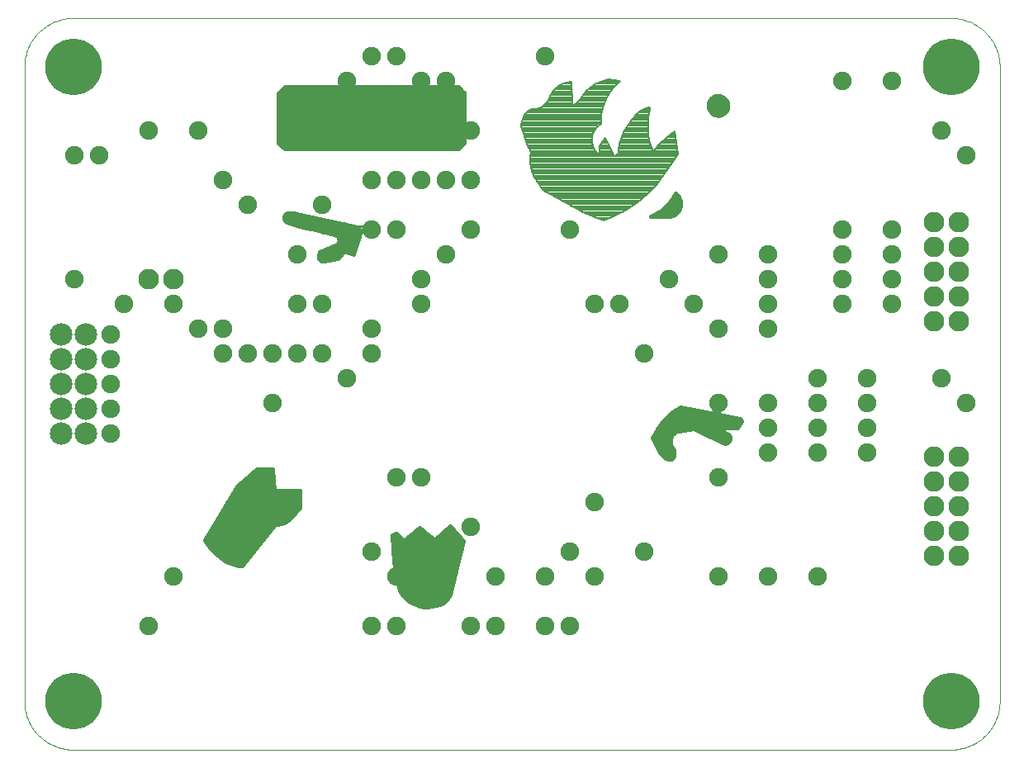
<source format=gbs>
G75*
%MOIN*%
%OFA0B0*%
%FSLAX24Y24*%
%IPPOS*%
%LPD*%
%AMOC8*
5,1,8,0,0,1.08239X$1,22.5*
%
%ADD10C,0.0157*%
%ADD11C,0.0079*%
%ADD12C,0.0080*%
%ADD13C,0.0000*%
%ADD14C,0.0907*%
%ADD15C,0.0750*%
%ADD16C,0.2285*%
%ADD17C,0.0829*%
D10*
X013707Y010007D02*
X013550Y010168D01*
X013410Y010344D01*
X013289Y010533D01*
X014588Y012698D01*
X015376Y013407D01*
X016006Y013407D01*
X016084Y012541D01*
X017108Y012541D01*
X017108Y011832D01*
X016754Y011439D01*
X016671Y011353D01*
X016577Y011281D01*
X016472Y011225D01*
X016359Y011186D01*
X016242Y011165D01*
X016124Y011163D01*
X014785Y009509D01*
X014628Y009509D01*
X014426Y009563D01*
X014232Y009641D01*
X014049Y009741D01*
X013880Y009864D01*
X013707Y010007D01*
X013691Y010024D02*
X015201Y010024D01*
X015327Y010179D02*
X013541Y010179D01*
X013417Y010335D02*
X015454Y010335D01*
X015580Y010491D02*
X013316Y010491D01*
X013358Y010647D02*
X015706Y010647D01*
X015833Y010803D02*
X013451Y010803D01*
X013545Y010959D02*
X015959Y010959D01*
X016085Y011115D02*
X013638Y011115D01*
X013732Y011271D02*
X016559Y011271D01*
X016743Y011427D02*
X013826Y011427D01*
X013919Y011583D02*
X016884Y011583D01*
X017024Y011739D02*
X014013Y011739D01*
X014106Y011895D02*
X017108Y011895D01*
X017108Y012051D02*
X014200Y012051D01*
X014293Y012207D02*
X017108Y012207D01*
X017108Y012363D02*
X014387Y012363D01*
X014481Y012519D02*
X017108Y012519D01*
X016072Y012675D02*
X014574Y012675D01*
X014736Y012831D02*
X016058Y012831D01*
X016044Y012987D02*
X014909Y012987D01*
X015082Y013143D02*
X016030Y013143D01*
X016015Y013299D02*
X015256Y013299D01*
X015075Y009868D02*
X013875Y009868D01*
X014103Y009712D02*
X014949Y009712D01*
X014822Y009556D02*
X014453Y009556D01*
X020927Y009628D02*
X020848Y010730D01*
X021006Y010809D01*
X021320Y010494D01*
X021950Y011045D01*
X022541Y010533D01*
X023171Y011084D01*
X023722Y010494D01*
X023171Y008328D01*
X023153Y008272D01*
X023126Y008219D01*
X023092Y008171D01*
X023027Y008095D01*
X022952Y008030D01*
X022868Y007976D01*
X022777Y007935D01*
X022462Y007856D01*
X022297Y007836D01*
X022131Y007839D01*
X021967Y007865D01*
X021808Y007914D01*
X021658Y007984D01*
X021518Y008074D01*
X021393Y008183D01*
X021283Y008307D01*
X021192Y008446D01*
X021121Y008597D01*
X021072Y008755D01*
X021045Y008919D01*
X020927Y009628D01*
X020939Y009556D02*
X023483Y009556D01*
X023523Y009712D02*
X020921Y009712D01*
X020910Y009868D02*
X023563Y009868D01*
X023602Y010024D02*
X020898Y010024D01*
X020887Y010179D02*
X023642Y010179D01*
X023682Y010335D02*
X020876Y010335D01*
X020865Y010491D02*
X023721Y010491D01*
X023579Y010647D02*
X022672Y010647D01*
X022850Y010803D02*
X023433Y010803D01*
X023287Y010959D02*
X023028Y010959D01*
X022409Y010647D02*
X021496Y010647D01*
X021674Y010803D02*
X022229Y010803D01*
X022049Y010959D02*
X021853Y010959D01*
X021167Y010647D02*
X020854Y010647D01*
X020995Y010803D02*
X021011Y010803D01*
X020965Y009400D02*
X023444Y009400D01*
X023404Y009244D02*
X020991Y009244D01*
X021017Y009088D02*
X023364Y009088D01*
X023324Y008932D02*
X021043Y008932D01*
X021069Y008776D02*
X023285Y008776D01*
X023245Y008620D02*
X021114Y008620D01*
X021184Y008464D02*
X023205Y008464D01*
X023164Y008308D02*
X021283Y008308D01*
X021428Y008152D02*
X023076Y008152D01*
X022899Y007996D02*
X021639Y007996D01*
X022127Y007840D02*
X022329Y007840D01*
X031684Y014031D02*
X031635Y014116D01*
X031360Y014667D01*
X031714Y015257D01*
X032147Y015691D01*
X032502Y015887D01*
X034903Y015415D01*
X034943Y015336D01*
X034785Y015061D01*
X033998Y015061D01*
X034352Y014824D01*
X034392Y014807D01*
X034427Y014780D01*
X034455Y014747D01*
X034475Y014708D01*
X034486Y014666D01*
X034487Y014623D01*
X034479Y014580D01*
X034461Y014540D01*
X034435Y014505D01*
X034402Y014477D01*
X034363Y014456D01*
X034321Y014445D01*
X034277Y014444D01*
X034234Y014452D01*
X034194Y014470D01*
X033013Y015021D01*
X032423Y014943D01*
X032348Y014921D01*
X032278Y014887D01*
X032215Y014841D01*
X032162Y014784D01*
X032120Y014718D01*
X032090Y014646D01*
X032074Y014570D01*
X032072Y014492D01*
X032083Y014415D01*
X032109Y014341D01*
X032147Y014273D01*
X032182Y014217D01*
X032208Y014155D01*
X032224Y014091D01*
X032230Y014025D01*
X032226Y013958D01*
X032217Y013919D01*
X032200Y013883D01*
X032175Y013851D01*
X032144Y013825D01*
X032108Y013807D01*
X032070Y013796D01*
X032029Y013794D01*
X031990Y013801D01*
X031900Y013839D01*
X031818Y013891D01*
X031745Y013956D01*
X031684Y014031D01*
X031657Y014079D02*
X032225Y014079D01*
X032218Y013923D02*
X031782Y013923D01*
X031576Y014235D02*
X032171Y014235D01*
X032092Y014391D02*
X031498Y014391D01*
X031420Y014547D02*
X032073Y014547D01*
X032114Y014703D02*
X031381Y014703D01*
X031475Y014859D02*
X032240Y014859D01*
X031784Y015327D02*
X034937Y015327D01*
X034848Y015171D02*
X031662Y015171D01*
X031569Y015015D02*
X032966Y015015D01*
X033027Y015015D02*
X034066Y015015D01*
X034300Y014859D02*
X033361Y014859D01*
X033696Y014703D02*
X034476Y014703D01*
X034464Y014547D02*
X034030Y014547D01*
X034558Y015483D02*
X031940Y015483D01*
X032096Y015639D02*
X033765Y015639D01*
X032972Y015795D02*
X032335Y015795D01*
X032008Y023585D02*
X032103Y023603D01*
X032193Y023638D01*
X032275Y023689D01*
X032347Y023754D01*
X032405Y023831D01*
X032449Y023918D01*
X032476Y024011D01*
X032486Y024107D01*
X032479Y024203D01*
X032454Y024297D01*
X032412Y024384D01*
X032355Y024462D01*
X032285Y024529D01*
X032088Y024194D01*
X031734Y023840D01*
X031281Y023584D01*
X031911Y023584D01*
X032008Y023585D01*
X032054Y023594D02*
X031298Y023594D01*
X031574Y023750D02*
X032342Y023750D01*
X032443Y023906D02*
X031799Y023906D01*
X031955Y024062D02*
X032482Y024062D01*
X032475Y024218D02*
X032102Y024218D01*
X032194Y024374D02*
X032417Y024374D01*
X033612Y028069D02*
X033614Y028108D01*
X033620Y028147D01*
X033630Y028185D01*
X033643Y028222D01*
X033660Y028257D01*
X033680Y028291D01*
X033704Y028322D01*
X033731Y028351D01*
X033760Y028377D01*
X033792Y028400D01*
X033826Y028420D01*
X033862Y028436D01*
X033899Y028448D01*
X033938Y028457D01*
X033977Y028462D01*
X034016Y028463D01*
X034055Y028460D01*
X034094Y028453D01*
X034131Y028442D01*
X034168Y028428D01*
X034203Y028410D01*
X034236Y028389D01*
X034267Y028364D01*
X034295Y028337D01*
X034320Y028307D01*
X034342Y028274D01*
X034361Y028240D01*
X034376Y028204D01*
X034388Y028166D01*
X034396Y028128D01*
X034400Y028089D01*
X034400Y028049D01*
X034396Y028010D01*
X034388Y027972D01*
X034376Y027934D01*
X034361Y027898D01*
X034342Y027864D01*
X034320Y027831D01*
X034295Y027801D01*
X034267Y027774D01*
X034236Y027749D01*
X034203Y027728D01*
X034168Y027710D01*
X034131Y027696D01*
X034094Y027685D01*
X034055Y027678D01*
X034016Y027675D01*
X033977Y027676D01*
X033938Y027681D01*
X033899Y027690D01*
X033862Y027702D01*
X033826Y027718D01*
X033792Y027738D01*
X033760Y027761D01*
X033731Y027787D01*
X033704Y027816D01*
X033680Y027847D01*
X033660Y027881D01*
X033643Y027916D01*
X033630Y027953D01*
X033620Y027991D01*
X033614Y028030D01*
X033612Y028069D01*
X023756Y028117D02*
X016256Y028117D01*
X016256Y027961D02*
X023756Y027961D01*
X023756Y027805D02*
X016256Y027805D01*
X016256Y027649D02*
X023756Y027649D01*
X023756Y027493D02*
X016256Y027493D01*
X016256Y027337D02*
X023756Y027337D01*
X023756Y027181D02*
X016256Y027181D01*
X016256Y027025D02*
X023756Y027025D01*
X023756Y026869D02*
X016256Y026869D01*
X016256Y026713D02*
X023756Y026713D01*
X023756Y026569D02*
X023756Y028569D01*
X023506Y028819D01*
X016506Y028819D01*
X016256Y028569D01*
X016256Y026569D01*
X016506Y026319D01*
X023506Y026319D01*
X023756Y026569D01*
X023744Y026557D02*
X016267Y026557D01*
X016423Y026401D02*
X023588Y026401D01*
X023756Y028273D02*
X016256Y028273D01*
X016256Y028429D02*
X023756Y028429D01*
X023739Y028585D02*
X016272Y028585D01*
X016428Y028741D02*
X023583Y028741D01*
X019470Y023171D02*
X016990Y023683D01*
X016905Y023716D01*
X016816Y023734D01*
X016725Y023736D01*
X016635Y023722D01*
X016596Y023707D01*
X016561Y023684D01*
X016532Y023654D01*
X016510Y023619D01*
X016496Y023579D01*
X016492Y023538D01*
X016496Y023496D01*
X016510Y023456D01*
X016532Y023421D01*
X016561Y023391D01*
X016596Y023368D01*
X017226Y023171D01*
X017738Y023053D01*
X018525Y022856D01*
X018572Y022842D01*
X018614Y022818D01*
X018650Y022786D01*
X018679Y022746D01*
X018698Y022702D01*
X018708Y022654D01*
X018707Y022606D01*
X018696Y022558D01*
X018675Y022515D01*
X018645Y022476D01*
X018608Y022445D01*
X018565Y022423D01*
X017935Y022147D01*
X017906Y022112D01*
X017886Y022071D01*
X017875Y022027D01*
X017874Y021982D01*
X017882Y021938D01*
X017900Y021896D01*
X017926Y021859D01*
X017959Y021828D01*
X017998Y021806D01*
X018041Y021792D01*
X018087Y021788D01*
X018131Y021793D01*
X018643Y021911D01*
X018919Y022187D01*
X019273Y022069D01*
X019549Y022895D01*
X019470Y023171D01*
X019483Y023126D02*
X017421Y023126D01*
X017420Y023594D02*
X016501Y023594D01*
X016521Y023438D02*
X018176Y023438D01*
X018069Y022970D02*
X019527Y022970D01*
X019522Y022814D02*
X018618Y022814D01*
X018707Y022658D02*
X019470Y022658D01*
X019418Y022502D02*
X018665Y022502D01*
X018389Y022346D02*
X019366Y022346D01*
X019314Y022190D02*
X018032Y022190D01*
X017877Y022034D02*
X018766Y022034D01*
X018500Y021878D02*
X017912Y021878D01*
X018932Y023282D02*
X016871Y023282D01*
D11*
X019470Y023210D02*
X019549Y022895D01*
X019746Y022935D01*
X019706Y023210D01*
X019470Y023210D01*
X019484Y023155D02*
X019714Y023155D01*
X019725Y023078D02*
X019503Y023078D01*
X019522Y023001D02*
X019736Y023001D01*
X019690Y022923D02*
X019542Y022923D01*
X026242Y026635D02*
X026084Y027147D01*
X026070Y027206D01*
X026065Y027265D01*
X026070Y027325D01*
X026084Y027383D01*
X026163Y027620D01*
X026196Y027694D01*
X026241Y027762D01*
X026297Y027821D01*
X026363Y027869D01*
X026437Y027904D01*
X026515Y027927D01*
X026596Y027935D01*
X026693Y027943D01*
X026788Y027967D01*
X026878Y028005D01*
X026961Y028056D01*
X027035Y028120D01*
X027098Y028194D01*
X027149Y028278D01*
X027187Y028368D01*
X027241Y028499D01*
X027314Y028620D01*
X027404Y028730D01*
X027510Y028824D01*
X027629Y028901D01*
X027759Y028959D01*
X027895Y028998D01*
X028092Y029037D01*
X028131Y028013D01*
X028446Y028328D01*
X028554Y028505D01*
X028686Y028665D01*
X028838Y028804D01*
X029009Y028921D01*
X029195Y029012D01*
X029391Y029076D01*
X029549Y029116D01*
X030021Y029076D01*
X030029Y029075D01*
X030037Y029071D01*
X030041Y029065D01*
X030043Y029057D01*
X030041Y029049D01*
X030037Y029042D01*
X030029Y029038D01*
X030021Y029037D01*
X029826Y028846D01*
X029657Y028632D01*
X029516Y028398D01*
X029405Y028148D01*
X029327Y027886D01*
X029283Y027617D01*
X029273Y027344D01*
X029175Y027265D01*
X029090Y027172D01*
X029020Y027067D01*
X028968Y026952D01*
X028935Y026830D01*
X028921Y026705D01*
X028928Y026579D01*
X028953Y026455D01*
X028998Y026337D01*
X029061Y026228D01*
X029140Y026129D01*
X029234Y026045D01*
X029212Y026140D01*
X029205Y026237D01*
X029213Y026334D01*
X029237Y026429D01*
X029275Y026519D01*
X029327Y026601D01*
X029391Y026675D01*
X029470Y026754D01*
X029746Y026163D01*
X029785Y026084D01*
X029805Y026025D01*
X029982Y026143D01*
X029982Y026242D01*
X030034Y026521D01*
X030118Y026792D01*
X030230Y027053D01*
X030371Y027299D01*
X030538Y027528D01*
X030730Y027738D01*
X030801Y027801D01*
X030880Y027854D01*
X030966Y027895D01*
X031183Y027994D01*
X031196Y027999D01*
X031210Y027999D01*
X031224Y027995D01*
X031235Y027987D01*
X031243Y027976D01*
X031247Y027962D01*
X031247Y027948D01*
X031242Y027935D01*
X031185Y027570D01*
X031172Y027200D01*
X031202Y026832D01*
X031242Y026557D01*
X031281Y026478D01*
X031380Y026242D01*
X031649Y026525D01*
X031938Y026788D01*
X032246Y027029D01*
X032383Y026104D01*
X031517Y024864D01*
X031153Y024495D01*
X030755Y024164D01*
X030325Y023874D01*
X029869Y023627D01*
X029391Y023427D01*
X028604Y023722D01*
X026931Y024667D01*
X026832Y024824D01*
X026705Y024986D01*
X026599Y025163D01*
X026516Y025351D01*
X026458Y025549D01*
X026425Y025752D01*
X026419Y025958D01*
X026439Y026163D01*
X026441Y026205D01*
X026435Y026246D01*
X026421Y026285D01*
X026399Y026320D01*
X026334Y026419D01*
X026281Y026524D01*
X026242Y026635D01*
X026243Y026631D02*
X028925Y026631D01*
X028922Y026708D02*
X026219Y026708D01*
X026196Y026785D02*
X028930Y026785D01*
X028944Y026863D02*
X026172Y026863D01*
X026148Y026940D02*
X028965Y026940D01*
X028998Y027017D02*
X026124Y027017D01*
X026101Y027094D02*
X029039Y027094D01*
X029089Y027172D02*
X026078Y027172D01*
X026067Y027249D02*
X029160Y027249D01*
X029251Y027326D02*
X026070Y027326D01*
X026091Y027403D02*
X029275Y027403D01*
X029278Y027481D02*
X026117Y027481D01*
X026142Y027558D02*
X029281Y027558D01*
X029286Y027635D02*
X026170Y027635D01*
X026208Y027712D02*
X029299Y027712D01*
X029311Y027790D02*
X026267Y027790D01*
X026361Y027867D02*
X029324Y027867D01*
X029344Y027944D02*
X026697Y027944D01*
X026905Y028021D02*
X028131Y028021D01*
X028139Y028021D02*
X029367Y028021D01*
X029390Y028099D02*
X028217Y028099D01*
X028128Y028099D02*
X027010Y028099D01*
X027083Y028176D02*
X028125Y028176D01*
X028122Y028253D02*
X027134Y028253D01*
X027171Y028330D02*
X028119Y028330D01*
X028116Y028407D02*
X027203Y028407D01*
X027235Y028485D02*
X028113Y028485D01*
X028110Y028562D02*
X027279Y028562D01*
X027329Y028639D02*
X028107Y028639D01*
X028104Y028716D02*
X027393Y028716D01*
X027476Y028794D02*
X028101Y028794D01*
X028099Y028871D02*
X027583Y028871D01*
X027734Y028948D02*
X028096Y028948D01*
X028093Y029025D02*
X028034Y029025D01*
X028665Y028639D02*
X029662Y028639D01*
X029614Y028562D02*
X028601Y028562D01*
X028542Y028485D02*
X029568Y028485D01*
X029521Y028407D02*
X028495Y028407D01*
X028448Y028330D02*
X029486Y028330D01*
X029451Y028253D02*
X028371Y028253D01*
X028294Y028176D02*
X029417Y028176D01*
X029724Y028716D02*
X028742Y028716D01*
X028827Y028794D02*
X029785Y028794D01*
X029852Y028871D02*
X028936Y028871D01*
X029065Y028948D02*
X029930Y028948D01*
X030009Y029025D02*
X029235Y029025D01*
X029496Y029103D02*
X029706Y029103D01*
X030907Y027867D02*
X031231Y027867D01*
X031219Y027790D02*
X030788Y027790D01*
X030707Y027712D02*
X031207Y027712D01*
X031195Y027635D02*
X030636Y027635D01*
X030565Y027558D02*
X031185Y027558D01*
X031182Y027481D02*
X030503Y027481D01*
X030447Y027403D02*
X031179Y027403D01*
X031176Y027326D02*
X030391Y027326D01*
X030342Y027249D02*
X031174Y027249D01*
X031174Y027172D02*
X030298Y027172D01*
X030254Y027094D02*
X031181Y027094D01*
X031187Y027017D02*
X030215Y027017D01*
X030181Y026940D02*
X031193Y026940D01*
X031200Y026863D02*
X030148Y026863D01*
X030116Y026785D02*
X031209Y026785D01*
X031220Y026708D02*
X030092Y026708D01*
X030068Y026631D02*
X031231Y026631D01*
X031243Y026554D02*
X030045Y026554D01*
X030026Y026476D02*
X031282Y026476D01*
X031314Y026399D02*
X030012Y026399D01*
X029997Y026322D02*
X031346Y026322D01*
X031378Y026245D02*
X029982Y026245D01*
X029982Y026168D02*
X032374Y026168D01*
X032362Y026245D02*
X031382Y026245D01*
X031456Y026322D02*
X032351Y026322D01*
X032339Y026399D02*
X031529Y026399D01*
X031603Y026476D02*
X032328Y026476D01*
X032316Y026554D02*
X031681Y026554D01*
X031766Y026631D02*
X032305Y026631D01*
X032293Y026708D02*
X031851Y026708D01*
X031936Y026785D02*
X032282Y026785D01*
X032270Y026863D02*
X032034Y026863D01*
X032132Y026940D02*
X032259Y026940D01*
X032247Y027017D02*
X032230Y027017D01*
X032374Y026090D02*
X029902Y026090D01*
X029782Y026090D02*
X029223Y026090D01*
X029184Y026090D02*
X026432Y026090D01*
X026424Y026013D02*
X032320Y026013D01*
X032266Y025936D02*
X026420Y025936D01*
X026422Y025859D02*
X032212Y025859D01*
X032158Y025781D02*
X026424Y025781D01*
X026433Y025704D02*
X032104Y025704D01*
X032050Y025627D02*
X026445Y025627D01*
X026458Y025550D02*
X031996Y025550D01*
X031942Y025472D02*
X026480Y025472D01*
X026503Y025395D02*
X031888Y025395D01*
X031834Y025318D02*
X026531Y025318D01*
X026565Y025241D02*
X031781Y025241D01*
X031727Y025163D02*
X026598Y025163D01*
X026645Y025086D02*
X031673Y025086D01*
X031619Y025009D02*
X026691Y025009D01*
X026748Y024932D02*
X031565Y024932D01*
X031508Y024854D02*
X026809Y024854D01*
X026862Y024777D02*
X031432Y024777D01*
X031356Y024700D02*
X026910Y024700D01*
X027009Y024623D02*
X031279Y024623D01*
X031203Y024545D02*
X027146Y024545D01*
X027283Y024468D02*
X031121Y024468D01*
X031028Y024391D02*
X027419Y024391D01*
X027556Y024314D02*
X030935Y024314D01*
X030842Y024236D02*
X027693Y024236D01*
X027830Y024159D02*
X030748Y024159D01*
X030633Y024082D02*
X027966Y024082D01*
X028103Y024005D02*
X030519Y024005D01*
X030405Y023928D02*
X028240Y023928D01*
X028377Y023850D02*
X030282Y023850D01*
X030139Y023773D02*
X028514Y023773D01*
X028674Y023696D02*
X029996Y023696D01*
X029849Y023619D02*
X028880Y023619D01*
X029086Y023541D02*
X029665Y023541D01*
X029480Y023464D02*
X029292Y023464D01*
X029210Y026168D02*
X029744Y026168D01*
X029708Y026245D02*
X029205Y026245D01*
X029212Y026322D02*
X029671Y026322D01*
X029635Y026399D02*
X029229Y026399D01*
X029257Y026476D02*
X029599Y026476D01*
X029563Y026554D02*
X029297Y026554D01*
X029353Y026631D02*
X029527Y026631D01*
X029491Y026708D02*
X029425Y026708D01*
X028949Y026476D02*
X026305Y026476D01*
X026271Y026554D02*
X028933Y026554D01*
X028975Y026399D02*
X026347Y026399D01*
X026398Y026322D02*
X029007Y026322D01*
X029051Y026245D02*
X026435Y026245D01*
X026439Y026168D02*
X029110Y026168D01*
X031073Y027944D02*
X031245Y027944D01*
D12*
X033840Y015848D02*
X034116Y015809D01*
X034076Y015612D01*
X033801Y015651D01*
X033840Y015848D01*
X033832Y015806D02*
X034115Y015806D01*
X034100Y015728D02*
X033816Y015728D01*
X033816Y015649D02*
X034084Y015649D01*
D13*
X006006Y004037D02*
X006006Y029628D01*
X006005Y029628D02*
X006007Y029714D01*
X006012Y029800D01*
X006022Y029885D01*
X006035Y029970D01*
X006052Y030054D01*
X006072Y030138D01*
X006096Y030220D01*
X006124Y030301D01*
X006155Y030382D01*
X006189Y030460D01*
X006227Y030537D01*
X006269Y030613D01*
X006313Y030686D01*
X006361Y030757D01*
X006412Y030827D01*
X006466Y030894D01*
X006522Y030958D01*
X006582Y031020D01*
X006644Y031080D01*
X006708Y031136D01*
X006775Y031190D01*
X006845Y031241D01*
X006916Y031289D01*
X006990Y031333D01*
X007065Y031375D01*
X007142Y031413D01*
X007220Y031447D01*
X007301Y031478D01*
X007382Y031506D01*
X007464Y031530D01*
X007548Y031550D01*
X007632Y031567D01*
X007717Y031580D01*
X007802Y031590D01*
X007888Y031595D01*
X007974Y031597D01*
X007974Y031596D02*
X043407Y031596D01*
X043407Y031597D02*
X043493Y031595D01*
X043579Y031590D01*
X043664Y031580D01*
X043749Y031567D01*
X043833Y031550D01*
X043917Y031530D01*
X043999Y031506D01*
X044080Y031478D01*
X044161Y031447D01*
X044239Y031413D01*
X044316Y031375D01*
X044392Y031333D01*
X044465Y031289D01*
X044536Y031241D01*
X044606Y031190D01*
X044673Y031136D01*
X044737Y031080D01*
X044799Y031020D01*
X044859Y030958D01*
X044915Y030894D01*
X044969Y030827D01*
X045020Y030757D01*
X045068Y030686D01*
X045112Y030613D01*
X045154Y030537D01*
X045192Y030460D01*
X045226Y030382D01*
X045257Y030301D01*
X045285Y030220D01*
X045309Y030138D01*
X045329Y030054D01*
X045346Y029970D01*
X045359Y029885D01*
X045369Y029800D01*
X045374Y029714D01*
X045376Y029628D01*
X045376Y004037D01*
X045374Y003951D01*
X045369Y003865D01*
X045359Y003780D01*
X045346Y003695D01*
X045329Y003611D01*
X045309Y003527D01*
X045285Y003445D01*
X045257Y003364D01*
X045226Y003283D01*
X045192Y003205D01*
X045154Y003128D01*
X045112Y003052D01*
X045068Y002979D01*
X045020Y002908D01*
X044969Y002838D01*
X044915Y002771D01*
X044859Y002707D01*
X044799Y002645D01*
X044737Y002585D01*
X044673Y002529D01*
X044606Y002475D01*
X044536Y002424D01*
X044465Y002376D01*
X044392Y002332D01*
X044316Y002290D01*
X044239Y002252D01*
X044161Y002218D01*
X044080Y002187D01*
X043999Y002159D01*
X043917Y002135D01*
X043833Y002115D01*
X043749Y002098D01*
X043664Y002085D01*
X043579Y002075D01*
X043493Y002070D01*
X043407Y002068D01*
X043407Y002069D02*
X007974Y002069D01*
X007974Y002068D02*
X007888Y002070D01*
X007802Y002075D01*
X007717Y002085D01*
X007632Y002098D01*
X007548Y002115D01*
X007464Y002135D01*
X007382Y002159D01*
X007301Y002187D01*
X007220Y002218D01*
X007142Y002252D01*
X007065Y002290D01*
X006989Y002332D01*
X006916Y002376D01*
X006845Y002424D01*
X006775Y002475D01*
X006708Y002529D01*
X006644Y002585D01*
X006582Y002645D01*
X006522Y002707D01*
X006466Y002771D01*
X006412Y002838D01*
X006361Y002908D01*
X006313Y002979D01*
X006269Y003053D01*
X006227Y003128D01*
X006189Y003205D01*
X006155Y003283D01*
X006124Y003364D01*
X006096Y003445D01*
X006072Y003527D01*
X006052Y003611D01*
X006035Y003695D01*
X006022Y003780D01*
X006012Y003865D01*
X006007Y003951D01*
X006005Y004037D01*
D14*
X007474Y014832D03*
X008474Y014832D03*
X008474Y015832D03*
X007474Y015832D03*
X007474Y016832D03*
X008474Y016832D03*
X008474Y017832D03*
X007474Y017832D03*
X007474Y018832D03*
X008474Y018832D03*
D15*
X009474Y018832D03*
X009474Y017832D03*
X009474Y016832D03*
X009474Y015832D03*
X009474Y014832D03*
X014006Y018069D03*
X014006Y019069D03*
X013006Y019069D03*
X012006Y020069D03*
X010006Y020069D03*
X008006Y021069D03*
X008006Y026069D03*
X009006Y026069D03*
X011006Y027069D03*
X013006Y027069D03*
X014006Y025069D03*
X015006Y024069D03*
X017006Y022069D03*
X017006Y020069D03*
X018006Y020069D03*
X018006Y018069D03*
X017006Y018069D03*
X016006Y018069D03*
X015006Y018069D03*
X016006Y016069D03*
X019006Y017069D03*
X020006Y018069D03*
X020006Y019069D03*
X022006Y020069D03*
X022006Y021069D03*
X023006Y022069D03*
X024006Y023069D03*
X024006Y025069D03*
X023006Y025069D03*
X022006Y025069D03*
X021006Y025069D03*
X020006Y025069D03*
X020006Y023069D03*
X021006Y023069D03*
X018006Y024069D03*
X019006Y029069D03*
X020006Y030069D03*
X021006Y030069D03*
X022006Y029069D03*
X023006Y029069D03*
X024006Y027069D03*
X027006Y030069D03*
X034006Y028069D03*
X039006Y029069D03*
X041006Y029069D03*
X043006Y027069D03*
X044006Y026069D03*
X041006Y023069D03*
X041006Y022069D03*
X041006Y021069D03*
X041006Y020069D03*
X039006Y020069D03*
X039006Y021069D03*
X039006Y022069D03*
X039006Y023069D03*
X036006Y022069D03*
X036006Y021069D03*
X036006Y020069D03*
X036006Y019069D03*
X034006Y019069D03*
X033006Y020069D03*
X032006Y021069D03*
X034006Y022069D03*
X030006Y020069D03*
X029006Y020069D03*
X031006Y018069D03*
X034006Y016069D03*
X036006Y016069D03*
X036006Y015069D03*
X036006Y014069D03*
X034006Y013069D03*
X032006Y015069D03*
X029006Y012069D03*
X028006Y010069D03*
X029006Y009069D03*
X031006Y010069D03*
X034006Y009069D03*
X036006Y009069D03*
X038006Y009069D03*
X038006Y014069D03*
X038006Y015069D03*
X038006Y016069D03*
X038006Y017069D03*
X040006Y017069D03*
X040006Y016069D03*
X040006Y015069D03*
X040006Y014069D03*
X043006Y017069D03*
X044006Y016069D03*
X028006Y023069D03*
X022006Y013069D03*
X021006Y013069D03*
X024006Y011069D03*
X022006Y010069D03*
X021006Y009069D03*
X020006Y010069D03*
X020006Y007069D03*
X021006Y007069D03*
X024006Y007069D03*
X025006Y007069D03*
X027006Y007069D03*
X028006Y007069D03*
X027006Y009069D03*
X025006Y009069D03*
X012006Y009069D03*
X011006Y007069D03*
D16*
X007974Y004037D03*
X007974Y029628D03*
X043407Y029628D03*
X043407Y004037D03*
D17*
X043710Y009911D03*
X042710Y009911D03*
X042710Y010911D03*
X042710Y011911D03*
X043710Y011911D03*
X043710Y010911D03*
X043710Y012911D03*
X042710Y012911D03*
X042710Y013911D03*
X043710Y013911D03*
X043710Y019360D03*
X042710Y019360D03*
X042710Y020360D03*
X042710Y021360D03*
X043710Y021360D03*
X043710Y020360D03*
X043710Y022360D03*
X042710Y022360D03*
X042710Y023360D03*
X043710Y023360D03*
X012006Y021069D03*
X011006Y021069D03*
M02*

</source>
